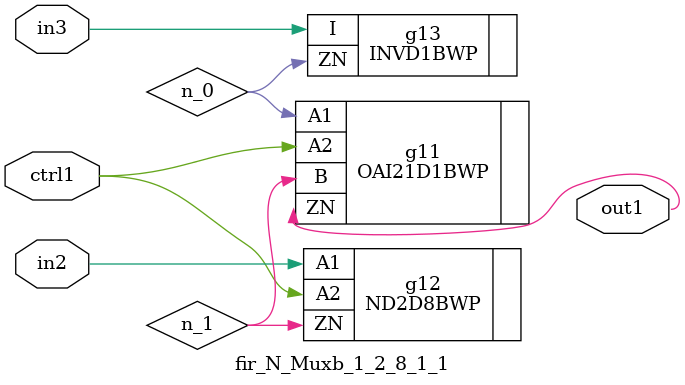
<source format=v>
`timescale 1ps / 1ps


module fir_N_Muxb_1_2_8_1_1(in3, in2, ctrl1, out1);
  input in3, in2, ctrl1;
  output out1;
  wire in3, in2, ctrl1;
  wire out1;
  wire n_0, n_1;
  OAI21D1BWP g11(.A1 (n_0), .A2 (ctrl1), .B (n_1), .ZN (out1));
  ND2D8BWP g12(.A1 (in2), .A2 (ctrl1), .ZN (n_1));
  INVD1BWP g13(.I (in3), .ZN (n_0));
endmodule



</source>
